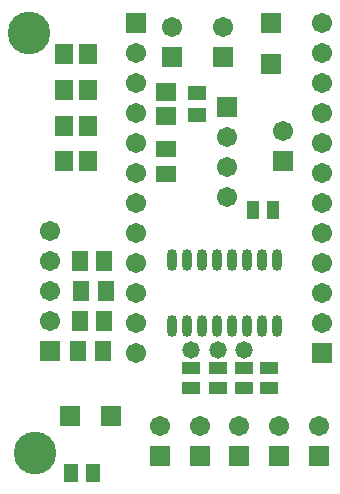
<source format=gts>
G04*
G04 #@! TF.GenerationSoftware,Altium Limited,Altium Designer,18.1.7 (191)*
G04*
G04 Layer_Color=8388736*
%FSLAX44Y44*%
%MOMM*%
G71*
G01*
G75*
%ADD14O,0.8532X1.8532*%
%ADD15R,1.7032X1.7032*%
%ADD16R,1.2532X1.6032*%
%ADD17R,1.7032X1.7032*%
%ADD18R,1.6032X1.2532*%
%ADD19R,1.5532X1.7532*%
%ADD20R,1.4532X1.7032*%
%ADD21R,1.7032X1.4532*%
%ADD22R,1.7532X1.5532*%
%ADD23R,1.0532X1.5032*%
%ADD24R,1.5032X1.0532*%
%ADD25C,1.7032*%
%ADD26C,3.6032*%
%ADD27C,1.4732*%
D14*
X146050Y142890D02*
D03*
X158750D02*
D03*
X171450D02*
D03*
X184150D02*
D03*
X196850D02*
D03*
X209550D02*
D03*
X222250D02*
D03*
X234950D02*
D03*
X146050Y199390D02*
D03*
X158750D02*
D03*
X171450D02*
D03*
X184150D02*
D03*
X196850D02*
D03*
X209550D02*
D03*
X222250D02*
D03*
X234950D02*
D03*
D15*
X94690Y67310D02*
D03*
X59690D02*
D03*
D16*
X60350Y19050D02*
D03*
X79350D02*
D03*
D17*
X229818Y400050D02*
D03*
Y365050D02*
D03*
X273050Y120650D02*
D03*
X189230Y370840D02*
D03*
X146050D02*
D03*
X115570Y400050D02*
D03*
X43180Y121920D02*
D03*
X240030Y283210D02*
D03*
X193040Y328930D02*
D03*
X169545Y33020D02*
D03*
X203200D02*
D03*
X236855D02*
D03*
X135890D02*
D03*
X270510D02*
D03*
D18*
X167640Y340970D02*
D03*
Y321970D02*
D03*
D19*
X74930Y342900D02*
D03*
X54930D02*
D03*
X74930Y312420D02*
D03*
X54930D02*
D03*
X74770Y283210D02*
D03*
X54770D02*
D03*
X74930Y373380D02*
D03*
X54930D02*
D03*
D20*
X87630Y121920D02*
D03*
X66630D02*
D03*
X88900Y198120D02*
D03*
X67900D02*
D03*
X88900Y147320D02*
D03*
X67900D02*
D03*
X90170Y172720D02*
D03*
X69170D02*
D03*
D21*
X140970Y292780D02*
D03*
Y271780D02*
D03*
D22*
Y341310D02*
D03*
Y321310D02*
D03*
D23*
X215020Y241300D02*
D03*
X232020D02*
D03*
D24*
X162560Y90560D02*
D03*
Y107560D02*
D03*
X228600Y90560D02*
D03*
Y107560D02*
D03*
X207010Y90560D02*
D03*
Y107560D02*
D03*
X185420Y90560D02*
D03*
Y107560D02*
D03*
D25*
X273050Y400050D02*
D03*
Y374650D02*
D03*
Y349250D02*
D03*
Y323850D02*
D03*
Y298450D02*
D03*
Y273050D02*
D03*
Y247650D02*
D03*
Y222250D02*
D03*
Y196850D02*
D03*
Y171450D02*
D03*
Y146050D02*
D03*
X189230Y396240D02*
D03*
X146050D02*
D03*
X115570Y120650D02*
D03*
Y146050D02*
D03*
Y171450D02*
D03*
Y196850D02*
D03*
Y222250D02*
D03*
Y247650D02*
D03*
Y273050D02*
D03*
Y298450D02*
D03*
Y323850D02*
D03*
Y349250D02*
D03*
Y374650D02*
D03*
X43180Y223520D02*
D03*
Y198120D02*
D03*
Y172720D02*
D03*
Y147320D02*
D03*
X240030Y308610D02*
D03*
X193040Y252730D02*
D03*
Y278130D02*
D03*
Y303530D02*
D03*
X169545Y58420D02*
D03*
X203200D02*
D03*
X236855D02*
D03*
X135890D02*
D03*
X270510D02*
D03*
D26*
X25400Y391280D02*
D03*
X30480Y35560D02*
D03*
D27*
X162560Y123190D02*
D03*
X207010D02*
D03*
X185420D02*
D03*
M02*

</source>
